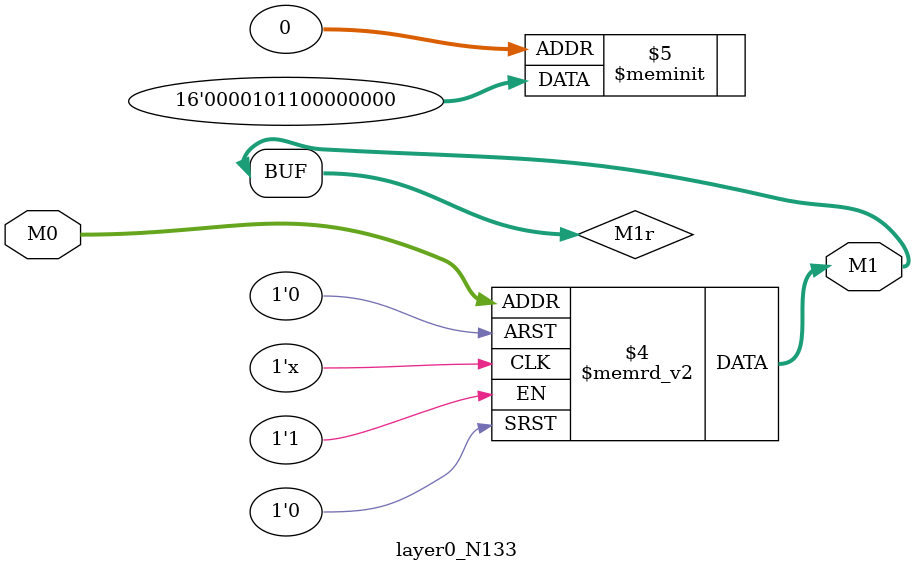
<source format=v>
module layer0_N133 ( input [2:0] M0, output [1:0] M1 );

	(*rom_style = "distributed" *) reg [1:0] M1r;
	assign M1 = M1r;
	always @ (M0) begin
		case (M0)
			3'b000: M1r = 2'b00;
			3'b100: M1r = 2'b11;
			3'b010: M1r = 2'b00;
			3'b110: M1r = 2'b00;
			3'b001: M1r = 2'b00;
			3'b101: M1r = 2'b10;
			3'b011: M1r = 2'b00;
			3'b111: M1r = 2'b00;

		endcase
	end
endmodule

</source>
